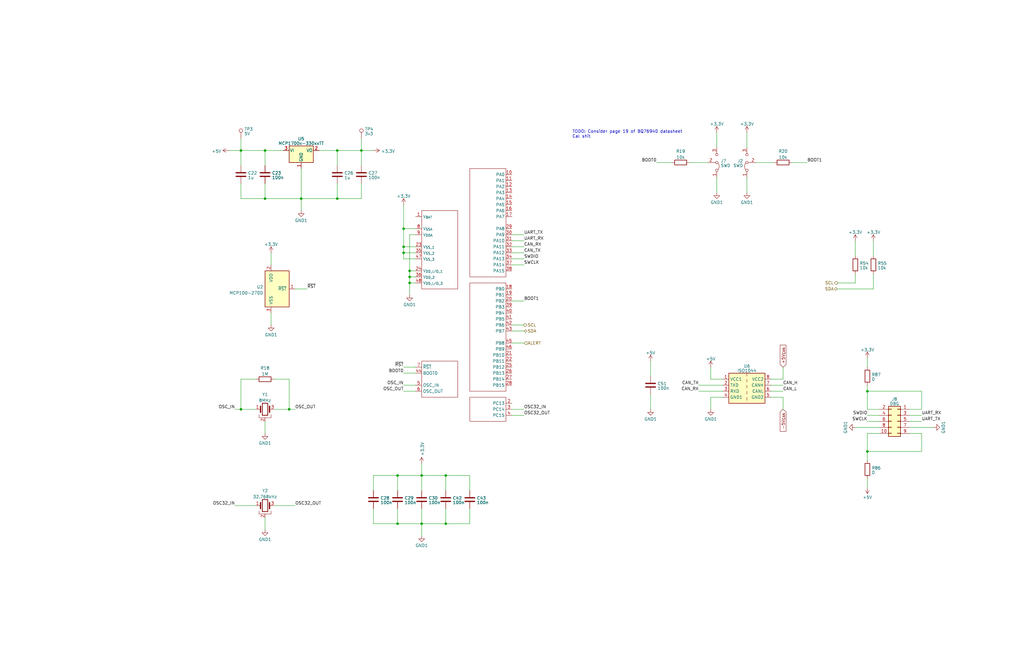
<source format=kicad_sch>
(kicad_sch (version 20230121) (generator eeschema)
  (paper "B")
  (lib_symbols
    (symbol "Connector:TestPoint" (pin_numbers hide) (pin_names (offset 0.762) hide)
      (property "Reference" "TP" (at 0 6.858 0))
      (property "Value" "TestPoint" (at 0 5.08 0))
      (symbol "TestPoint_0_1"
        (circle (center 0 3.302) (radius 0.762))
      )
      (symbol "TestPoint_1_1"
        (pin passive line (at 0 0 90) (length 2.54) (name "1") (number "1"))
      )
    )
    (symbol "Connector_Generic:Conn_02x05_Odd_Even" (pin_names (offset 1.016) hide)
      (property "Reference" "J" (at 1.27 7.62 0))
      (property "Value" "Conn_02x05_Odd_Even" (at 1.27 -7.62 0))
      (symbol "Conn_02x05_Odd_Even_1_1"
        (rectangle (start -1.27 -4.953) (end 0 -5.207) (stroke (width 0.1524)))
        (rectangle (start -1.27 -2.413) (end 0 -2.667) (stroke (width 0.1524)))
        (rectangle (start -1.27 0.127) (end 0 -0.127) (stroke (width 0.1524)))
        (rectangle (start -1.27 2.667) (end 0 2.413) (stroke (width 0.1524)))
        (rectangle (start -1.27 5.207) (end 0 4.953) (stroke (width 0.1524)))
        (rectangle (start -1.27 6.35) (end 3.81 -6.35) (stroke (width 0.254)) (fill (type background)))
        (rectangle (start 3.81 -4.953) (end 2.54 -5.207) (stroke (width 0.1524)))
        (rectangle (start 3.81 -2.413) (end 2.54 -2.667) (stroke (width 0.1524)))
        (rectangle (start 3.81 0.127) (end 2.54 -0.127) (stroke (width 0.1524)))
        (rectangle (start 3.81 2.667) (end 2.54 2.413) (stroke (width 0.1524)))
        (rectangle (start 3.81 5.207) (end 2.54 4.953) (stroke (width 0.1524)))
        (pin passive line (at -5.08 5.08 0) (length 3.81) (name "Pin_1") (number "1"))
        (pin passive line (at 7.62 -5.08 180) (length 3.81) (name "Pin_10") (number "10"))
        (pin passive line (at 7.62 5.08 180) (length 3.81) (name "Pin_2") (number "2"))
        (pin passive line (at -5.08 2.54 0) (length 3.81) (name "Pin_3") (number "3"))
        (pin passive line (at 7.62 2.54 180) (length 3.81) (name "Pin_4") (number "4"))
        (pin passive line (at -5.08 0 0) (length 3.81) (name "Pin_5") (number "5"))
        (pin passive line (at 7.62 0 180) (length 3.81) (name "Pin_6") (number "6"))
        (pin passive line (at -5.08 -2.54 0) (length 3.81) (name "Pin_7") (number "7"))
        (pin passive line (at 7.62 -2.54 180) (length 3.81) (name "Pin_8") (number "8"))
        (pin passive line (at -5.08 -5.08 0) (length 3.81) (name "Pin_9") (number "9"))
      )
    )
    (symbol "Device:C" (pin_numbers hide) (pin_names (offset 0.254))
      (property "Reference" "C" (at 0.635 2.54 0))
      (property "Value" "C" (at 0.635 -2.54 0))
      (symbol "C_0_1"
        (polyline (pts (xy -2.032 -0.762) (xy 2.032 -0.762)) (stroke (width 0.508)))
        (polyline (pts (xy -2.032 0.762) (xy 2.032 0.762)) (stroke (width 0.508)))
      )
      (symbol "C_1_1"
        (pin passive line (at 0 3.81 270) (length 2.794) (name "~") (number "1"))
        (pin passive line (at 0 -3.81 90) (length 2.794) (name "~") (number "2"))
      )
    )
    (symbol "Device:Crystal_GND2" (pin_names (offset 1.016) hide)
      (property "Reference" "Y" (at 0 5.715 0))
      (property "Value" "Crystal_GND2" (at 0 3.81 0))
      (symbol "Crystal_GND2_0_1"
        (rectangle (start -1.143 2.54) (end 1.143 -2.54) (stroke (width 0.3048)))
        (polyline (pts (xy -2.54 0) (xy -1.905 0)))
        (polyline (pts (xy -1.905 -1.27) (xy -1.905 1.27)) (stroke (width 0.508)))
        (polyline (pts (xy 0 -3.81) (xy 0 -3.556)))
        (polyline (pts (xy 1.905 0) (xy 2.54 0)))
        (polyline (pts (xy 1.905 1.27) (xy 1.905 -1.27)) (stroke (width 0.508)))
        (polyline (pts (xy -2.54 -2.286) (xy -2.54 -3.556) (xy 2.54 -3.556) (xy 2.54 -2.286)))
      )
      (symbol "Crystal_GND2_1_1"
        (pin passive line (at -3.81 0 0) (length 1.27) (name "1") (number "1"))
        (pin passive line (at 0 -5.08 90) (length 1.27) (name "2") (number "2"))
        (pin passive line (at 3.81 0 180) (length 1.27) (name "3") (number "3"))
      )
    )
    (symbol "Device:R" (pin_numbers hide) (pin_names (offset 0))
      (property "Reference" "R" (at 2.032 0 90))
      (property "Value" "R" (at 0 0 90))
      (symbol "R_0_1"
        (rectangle (start -1.016 -2.54) (end 1.016 2.54) (stroke (width 0.254)))
      )
      (symbol "R_1_1"
        (pin passive line (at 0 3.81 270) (length 1.27) (name "~") (number "1"))
        (pin passive line (at 0 -3.81 90) (length 1.27) (name "~") (number "2"))
      )
    )
    (symbol "Jumper:Jumper_3_Bridged12" (pin_names (offset 0) hide)
      (property "Reference" "JP" (at -2.54 -2.54 0))
      (property "Value" "Jumper_3_Bridged12" (at 0 2.794 0))
      (symbol "Jumper_3_Bridged12_0_0"
        (circle (center -3.302 0) (radius 0.508))
        (circle (center 0 0) (radius 0.508))
        (circle (center 3.302 0) (radius 0.508))
      )
      (symbol "Jumper_3_Bridged12_0_1"
        (arc (start -0.254 0.508) (mid -1.651 0.9912) (end -3.048 0.508))
        (polyline (pts (xy 0 -1.27) (xy 0 -0.508)))
      )
      (symbol "Jumper_3_Bridged12_1_1"
        (pin passive line (at -6.35 0 0) (length 2.54) (name "A") (number "1"))
        (pin passive line (at 0 -3.81 90) (length 2.54) (name "C") (number "2"))
        (pin passive line (at 6.35 0 180) (length 2.54) (name "B") (number "3"))
      )
    )
    (symbol "Power_Supervisor:MCP100-270D" (pin_names (offset 1.016))
      (property "Reference" "U" (at 0 8.89 0))
      (property "Value" "MCP100-270D" (at -1.27 -8.89 0))
      (symbol "MCP100-270D_1_1"
        (rectangle (start -5.08 7.62) (end 5.08 -7.62) (stroke (width 0.254)) (fill (type background)))
        (pin output line (at 7.62 0 180) (length 2.54) (name "~{RST}") (number "1"))
        (pin power_in line (at -2.54 10.16 270) (length 2.54) (name "VDD") (number "2"))
        (pin power_in line (at -2.54 -10.16 90) (length 2.54) (name "VSS") (number "3"))
      )
    )
    (symbol "Regulator_Linear:MCP1700x-330xxTT" (pin_names (offset 0.254))
      (property "Reference" "U" (at -3.81 3.175 0))
      (property "Value" "MCP1700x-330xxTT" (at 0 3.175 0))
      (symbol "MCP1700x-330xxTT_0_1"
        (rectangle (start -5.08 1.905) (end 5.08 -5.08) (stroke (width 0.254)) (fill (type background)))
      )
      (symbol "MCP1700x-330xxTT_1_1"
        (pin power_in line (at 0 -7.62 90) (length 2.54) (name "GND") (number "1"))
        (pin power_out line (at 7.62 0 180) (length 2.54) (name "VO") (number "2"))
        (pin power_in line (at -7.62 0 0) (length 2.54) (name "VI") (number "3"))
      )
    )
    (symbol "power:+3.3V" (power) (pin_names (offset 0))
      (property "Value" "+3.3V" (at 0 3.556 0))
      (symbol "+3.3V_0_1"
        (polyline (pts (xy -0.762 1.27) (xy 0 2.54)))
        (polyline (pts (xy 0 0) (xy 0 2.54)))
        (polyline (pts (xy 0 2.54) (xy 0.762 1.27)))
      )
      (symbol "+3.3V_1_1"
        (pin power_in line (at 0 0 90) (length 0) hide (name "+3.3V") (number "1"))
      )
    )
    (symbol "power:+5V" (power) (pin_names (offset 0))
      (property "Value" "+5V" (at 0 3.556 0))
      (symbol "+5V_0_1"
        (polyline (pts (xy -0.762 1.27) (xy 0 2.54)))
        (polyline (pts (xy 0 0) (xy 0 2.54)))
        (polyline (pts (xy 0 2.54) (xy 0.762 1.27)))
      )
      (symbol "+5V_1_1"
        (pin power_in line (at 0 0 90) (length 0) hide (name "+5V") (number "1"))
      )
    )
    (symbol "power:GND1" (power) (pin_names (offset 0))
      (property "Value" "GND1" (at 0 -3.81 0))
      (symbol "GND1_0_1"
        (polyline (pts (xy 0 0) (xy 0 -1.27) (xy 1.27 -1.27) (xy 0 -2.54) (xy -1.27 -1.27) (xy 0 -1.27)))
      )
      (symbol "GND1_1_1"
        (pin power_in line (at 0 0 270) (length 0) hide (name "GND1") (number "1"))
      )
    )
    (symbol "qtech:CH32V203CxT6"
      (symbol "CH32V203CxT6_1_1"
        (rectangle (start -7.62 22.86) (end 7.62 -22.86) (stroke (width 0.1524)))
        (pin input line (at 10.16 20.32 180) (length 2.54) (name "PA0") (number "10"))
        (pin input line (at 10.16 17.78 180) (length 2.54) (name "PA1") (number "11"))
        (pin input line (at 10.16 15.24 180) (length 2.54) (name "PA2") (number "12"))
        (pin input line (at 10.16 12.7 180) (length 2.54) (name "PA3") (number "13"))
        (pin input line (at 10.16 10.16 180) (length 2.54) (name "PA4") (number "14"))
        (pin input line (at 10.16 7.62 180) (length 2.54) (name "PA5") (number "15"))
        (pin input line (at 10.16 5.08 180) (length 2.54) (name "PA6") (number "16"))
        (pin input line (at 10.16 2.54 180) (length 2.54) (name "PA7") (number "17"))
        (pin input line (at 10.16 -2.54 180) (length 2.54) (name "PA8") (number "29"))
        (pin input line (at 10.16 -5.08 180) (length 2.54) (name "PA9") (number "30"))
        (pin input line (at 10.16 -7.62 180) (length 2.54) (name "PA10") (number "31"))
        (pin input line (at 10.16 -10.16 180) (length 2.54) (name "PA11") (number "32"))
        (pin input line (at 10.16 -12.7 180) (length 2.54) (name "PA12") (number "33"))
        (pin input line (at 10.16 -15.24 180) (length 2.54) (name "PA13") (number "34"))
        (pin input line (at 10.16 -17.78 180) (length 2.54) (name "PA14") (number "37"))
        (pin input line (at 10.16 -20.32 180) (length 2.54) (name "PA15") (number "38"))
      )
      (symbol "CH32V203CxT6_2_1"
        (rectangle (start -7.62 22.86) (end 7.62 -22.86) (stroke (width 0.1524)))
        (pin input line (at 10.16 20.32 180) (length 2.54) (name "PB0") (number "18"))
        (pin input line (at 10.16 17.78 180) (length 2.54) (name "PB1") (number "19"))
        (pin input line (at 10.16 15.24 180) (length 2.54) (name "PB2") (number "20"))
        (pin input line (at 10.16 -7.62 180) (length 2.54) (name "PB10") (number "21"))
        (pin input line (at 10.16 -10.16 180) (length 2.54) (name "PB11") (number "22"))
        (pin input line (at 10.16 -12.7 180) (length 2.54) (name "PB12") (number "25"))
        (pin input line (at 10.16 -15.24 180) (length 2.54) (name "PB13") (number "26"))
        (pin input line (at 10.16 -17.78 180) (length 2.54) (name "PB14") (number "27"))
        (pin input line (at 10.16 -20.32 180) (length 2.54) (name "PB15") (number "28"))
        (pin input line (at 10.16 12.7 180) (length 2.54) (name "PB3") (number "39"))
        (pin input line (at 10.16 10.16 180) (length 2.54) (name "PB4") (number "40"))
        (pin input line (at 10.16 7.62 180) (length 2.54) (name "PB5") (number "41"))
        (pin input line (at 10.16 5.08 180) (length 2.54) (name "PB6") (number "42"))
        (pin input line (at 10.16 2.54 180) (length 2.54) (name "PB7") (number "43"))
        (pin input line (at 10.16 -2.54 180) (length 2.54) (name "PB8") (number "45"))
        (pin input line (at 10.16 -5.08 180) (length 2.54) (name "PB9") (number "46"))
      )
      (symbol "CH32V203CxT6_3_1"
        (rectangle (start -7.62 5.08) (end 7.62 -5.08) (stroke (width 0.1524)))
        (pin input line (at 10.16 2.54 180) (length 2.54) (name "PC13") (number "2"))
        (pin input line (at 10.16 0 180) (length 2.54) (name "PC14") (number "3"))
        (pin input line (at 10.16 -2.54 180) (length 2.54) (name "PC15") (number "4"))
      )
      (symbol "CH32V203CxT6_4_1"
        (rectangle (start -7.62 7.62) (end 7.62 -7.62) (stroke (width 0.1524)))
        (pin input line (at -10.16 2.54 0) (length 2.54) (name "BOOT0") (number "44"))
        (pin input line (at -10.16 -2.54 0) (length 2.54) (name "OSC_IN") (number "5"))
        (pin input line (at -10.16 -5.08 0) (length 2.54) (name "OSC_OUT") (number "6"))
        (pin input line (at -10.16 5.08 0) (length 2.54) (name "~{RST}") (number "7"))
      )
      (symbol "CH32V203CxT6_5_1"
        (rectangle (start -7.62 17.78) (end 7.62 -15.24) (stroke (width 0.1524)))
        (pin input line (at -10.16 15.24 0) (length 2.54) (name "V_{BAT}") (number "1"))
        (pin input line (at -10.16 2.54 0) (length 2.54) (name "V_{SS_1}") (number "23"))
        (pin input line (at -10.16 -7.62 0) (length 2.54) (name "V_{DD_I/O_1}") (number "24"))
        (pin input line (at -10.16 0 0) (length 2.54) (name "V_{SS_2}") (number "35"))
        (pin input line (at -10.16 -10.16 0) (length 2.54) (name "V_{DD_2}") (number "36"))
        (pin input line (at -10.16 -2.54 0) (length 2.54) (name "V_{SS_3}") (number "47"))
        (pin input line (at -10.16 -12.7 0) (length 2.54) (name "V_{DD_I/O_3}") (number "48"))
        (pin input line (at -10.16 10.16 0) (length 2.54) (name "V_{SSA}") (number "8"))
        (pin input line (at -10.16 7.62 0) (length 2.54) (name "V_{DDA}") (number "9"))
      )
    )
    (symbol "qtech:ISO1044"
      (property "Reference" "U" (at -7.62 8.89 0))
      (property "Value" "ISO1044" (at -7.62 6.35 0))
      (symbol "ISO1044_0_1"
        (rectangle (start -7.62 5.08) (end 7.62 -7.62) (stroke (width 0.254)) (fill (type background)))
        (polyline (pts (xy 0 -5.08) (xy 0 -6.35)))
        (polyline (pts (xy 0 -2.54) (xy 0 -3.81)))
        (polyline (pts (xy 0 0) (xy 0 -1.27)))
        (polyline (pts (xy 0 2.54) (xy 0 1.27)))
        (polyline (pts (xy 0 5.08) (xy 0 3.81)))
      )
      (symbol "ISO1044_1_1"
        (pin power_in line (at -10.16 2.54 0) (length 2.54) (name "VCC1") (number "1"))
        (pin input line (at -10.16 0 0) (length 2.54) (name "TXD") (number "2"))
        (pin output line (at -10.16 -2.54 0) (length 2.54) (name "RXD") (number "3"))
        (pin power_in line (at -10.16 -5.08 0) (length 2.54) (name "GND1") (number "4"))
        (pin power_in line (at 10.16 -5.08 180) (length 2.54) (name "GND2") (number "5"))
        (pin bidirectional line (at 10.16 -2.54 180) (length 2.54) (name "CANL") (number "6"))
        (pin bidirectional line (at 10.16 0 180) (length 2.54) (name "CANH") (number "7"))
        (pin power_in line (at 10.16 2.54 180) (length 2.54) (name "VCC2") (number "8"))
      )
    )
  )
  (junction (at 127 83.82))
  (junction (at 177.8 220.98))
  (junction (at 142.24 63.5))
  (junction (at 172.72 116.84))
  (junction (at 170.18 104.14))
  (junction (at 187.96 220.98))
  (junction (at 177.8 200.66))
  (junction (at 167.64 220.98))
  (junction (at 142.24 83.82))
  (junction (at 170.18 96.52))
  (junction (at 152.4 63.5))
  (junction (at 172.72 119.38))
  (junction (at 365.76 165.1))
  (junction (at 111.76 83.82))
  (junction (at 101.6 63.5))
  (junction (at 111.76 63.5))
  (junction (at 101.6 172.72))
  (junction (at 172.72 114.3))
  (junction (at 365.76 190.5))
  (junction (at 121.92 172.72))
  (junction (at 167.64 200.66))
  (junction (at 187.96 200.66))
  (junction (at 170.18 106.68))
  (wire (pts (xy 152.4 69.85) (xy 152.4 63.5)))
  (wire (pts (xy 115.57 213.36) (xy 124.46 213.36)))
  (wire (pts (xy 142.24 77.47) (xy 142.24 83.82)))
  (wire (pts (xy 302.26 55.88) (xy 302.26 62.23)))
  (wire (pts (xy 383.54 177.8) (xy 388.62 177.8)))
  (wire (pts (xy 187.96 220.98) (xy 187.96 214.63)))
  (wire (pts (xy 304.8 165.1) (xy 294.64 165.1)))
  (wire (pts (xy 115.57 172.72) (xy 121.92 172.72)))
  (wire (pts (xy 383.54 172.72) (xy 388.62 172.72)))
  (wire (pts (xy 365.76 182.88) (xy 365.76 190.5)))
  (wire (pts (xy 368.3 101.6) (xy 368.3 107.95)))
  (wire (pts (xy 304.8 162.56) (xy 294.64 162.56)))
  (wire (pts (xy 198.12 220.98) (xy 198.12 214.63)))
  (wire (pts (xy 368.3 115.57) (xy 368.3 121.92)))
  (wire (pts (xy 172.72 119.38) (xy 172.72 116.84)))
  (wire (pts (xy 353.06 121.92) (xy 368.3 121.92)))
  (wire (pts (xy 220.98 172.72) (xy 215.9 172.72)))
  (wire (pts (xy 170.18 165.1) (xy 175.26 165.1)))
  (wire (pts (xy 172.72 116.84) (xy 175.26 116.84)))
  (wire (pts (xy 290.83 68.58) (xy 298.45 68.58)))
  (wire (pts (xy 111.76 63.5) (xy 119.38 63.5)))
  (wire (pts (xy 365.76 151.13) (xy 365.76 154.94)))
  (wire (pts (xy 388.62 182.88) (xy 383.54 182.88)))
  (wire (pts (xy 340.36 68.58) (xy 334.01 68.58)))
  (wire (pts (xy 170.18 96.52) (xy 170.18 104.14)))
  (wire (pts (xy 152.4 83.82) (xy 152.4 77.47)))
  (wire (pts (xy 330.2 160.02) (xy 325.12 160.02)))
  (wire (pts (xy 167.64 200.66) (xy 167.64 207.01)))
  (wire (pts (xy 388.62 182.88) (xy 388.62 190.5)))
  (wire (pts (xy 167.64 214.63) (xy 167.64 220.98)))
  (wire (pts (xy 365.76 162.56) (xy 365.76 165.1)))
  (wire (pts (xy 388.62 165.1) (xy 388.62 172.72)))
  (wire (pts (xy 111.76 63.5) (xy 111.76 69.85)))
  (wire (pts (xy 198.12 200.66) (xy 187.96 200.66)))
  (wire (pts (xy 172.72 114.3) (xy 175.26 114.3)))
  (wire (pts (xy 170.18 157.48) (xy 175.26 157.48)))
  (wire (pts (xy 170.18 104.14) (xy 170.18 106.68)))
  (wire (pts (xy 325.12 165.1) (xy 330.2 165.1)))
  (wire (pts (xy 157.48 214.63) (xy 157.48 220.98)))
  (wire (pts (xy 170.18 162.56) (xy 175.26 162.56)))
  (wire (pts (xy 274.32 152.4) (xy 274.32 158.75)))
  (wire (pts (xy 360.68 180.34) (xy 370.84 180.34)))
  (wire (pts (xy 101.6 77.47) (xy 101.6 83.82)))
  (wire (pts (xy 172.72 99.06) (xy 175.26 99.06)))
  (wire (pts (xy 177.8 220.98) (xy 177.8 226.06)))
  (wire (pts (xy 99.06 213.36) (xy 107.95 213.36)))
  (wire (pts (xy 114.3 106.68) (xy 114.3 111.76)))
  (wire (pts (xy 299.72 167.64) (xy 304.8 167.64)))
  (wire (pts (xy 187.96 220.98) (xy 198.12 220.98)))
  (wire (pts (xy 101.6 172.72) (xy 107.95 172.72)))
  (wire (pts (xy 215.9 137.16) (xy 220.98 137.16)))
  (wire (pts (xy 167.64 220.98) (xy 177.8 220.98)))
  (wire (pts (xy 172.72 119.38) (xy 172.72 124.46)))
  (wire (pts (xy 101.6 172.72) (xy 101.6 160.02)))
  (wire (pts (xy 121.92 172.72) (xy 124.46 172.72)))
  (wire (pts (xy 299.72 172.72) (xy 299.72 167.64)))
  (wire (pts (xy 172.72 114.3) (xy 172.72 99.06)))
  (wire (pts (xy 167.64 200.66) (xy 177.8 200.66)))
  (wire (pts (xy 365.76 175.26) (xy 370.84 175.26)))
  (wire (pts (xy 177.8 214.63) (xy 177.8 220.98)))
  (wire (pts (xy 215.9 101.6) (xy 220.98 101.6)))
  (wire (pts (xy 314.96 62.23) (xy 314.96 55.88)))
  (wire (pts (xy 330.2 154.94) (xy 330.2 160.02)))
  (wire (pts (xy 152.4 63.5) (xy 157.48 63.5)))
  (wire (pts (xy 111.76 77.47) (xy 111.76 83.82)))
  (wire (pts (xy 157.48 200.66) (xy 157.48 207.01)))
  (wire (pts (xy 198.12 207.01) (xy 198.12 200.66)))
  (wire (pts (xy 383.54 175.26) (xy 388.62 175.26)))
  (wire (pts (xy 318.77 68.58) (xy 326.39 68.58)))
  (wire (pts (xy 96.52 63.5) (xy 101.6 63.5)))
  (wire (pts (xy 220.98 127) (xy 215.9 127)))
  (wire (pts (xy 215.9 104.14) (xy 220.98 104.14)))
  (wire (pts (xy 365.76 190.5) (xy 365.76 194.31)))
  (wire (pts (xy 101.6 63.5) (xy 101.6 69.85)))
  (wire (pts (xy 177.8 220.98) (xy 187.96 220.98)))
  (wire (pts (xy 365.76 165.1) (xy 365.76 172.72)))
  (wire (pts (xy 330.2 172.72) (xy 330.2 167.64)))
  (wire (pts (xy 142.24 63.5) (xy 152.4 63.5)))
  (wire (pts (xy 111.76 218.44) (xy 111.76 223.52)))
  (wire (pts (xy 215.9 111.76) (xy 220.98 111.76)))
  (wire (pts (xy 170.18 106.68) (xy 170.18 109.22)))
  (wire (pts (xy 383.54 180.34) (xy 393.7 180.34)))
  (wire (pts (xy 170.18 96.52) (xy 175.26 96.52)))
  (wire (pts (xy 220.98 175.26) (xy 215.9 175.26)))
  (wire (pts (xy 330.2 167.64) (xy 325.12 167.64)))
  (wire (pts (xy 99.06 172.72) (xy 101.6 172.72)))
  (wire (pts (xy 274.32 166.37) (xy 274.32 172.72)))
  (wire (pts (xy 365.76 165.1) (xy 388.62 165.1)))
  (wire (pts (xy 167.64 200.66) (xy 157.48 200.66)))
  (wire (pts (xy 365.76 182.88) (xy 370.84 182.88)))
  (wire (pts (xy 177.8 200.66) (xy 177.8 207.01)))
  (wire (pts (xy 124.46 121.92) (xy 129.54 121.92)))
  (wire (pts (xy 187.96 207.01) (xy 187.96 200.66)))
  (wire (pts (xy 175.26 154.94) (xy 170.18 154.94)))
  (wire (pts (xy 101.6 63.5) (xy 111.76 63.5)))
  (wire (pts (xy 360.68 115.57) (xy 360.68 119.38)))
  (wire (pts (xy 299.72 160.02) (xy 304.8 160.02)))
  (wire (pts (xy 276.86 68.58) (xy 283.21 68.58)))
  (wire (pts (xy 365.76 172.72) (xy 370.84 172.72)))
  (wire (pts (xy 142.24 63.5) (xy 142.24 69.85)))
  (wire (pts (xy 127 83.82) (xy 142.24 83.82)))
  (wire (pts (xy 215.9 139.7) (xy 220.98 139.7)))
  (wire (pts (xy 142.24 83.82) (xy 152.4 83.82)))
  (wire (pts (xy 215.9 106.68) (xy 220.98 106.68)))
  (wire (pts (xy 115.57 160.02) (xy 121.92 160.02)))
  (wire (pts (xy 111.76 83.82) (xy 127 83.82)))
  (wire (pts (xy 170.18 106.68) (xy 175.26 106.68)))
  (wire (pts (xy 101.6 83.82) (xy 111.76 83.82)))
  (wire (pts (xy 152.4 58.42) (xy 152.4 63.5)))
  (wire (pts (xy 299.72 154.94) (xy 299.72 160.02)))
  (wire (pts (xy 170.18 109.22) (xy 175.26 109.22)))
  (wire (pts (xy 101.6 58.42) (xy 101.6 63.5)))
  (wire (pts (xy 215.9 109.22) (xy 220.98 109.22)))
  (wire (pts (xy 365.76 190.5) (xy 388.62 190.5)))
  (wire (pts (xy 134.62 63.5) (xy 142.24 63.5)))
  (wire (pts (xy 172.72 116.84) (xy 172.72 114.3)))
  (wire (pts (xy 157.48 220.98) (xy 167.64 220.98)))
  (wire (pts (xy 325.12 162.56) (xy 330.2 162.56)))
  (wire (pts (xy 114.3 132.08) (xy 114.3 137.16)))
  (wire (pts (xy 121.92 160.02) (xy 121.92 172.72)))
  (wire (pts (xy 187.96 200.66) (xy 177.8 200.66)))
  (wire (pts (xy 111.76 177.8) (xy 111.76 182.88)))
  (wire (pts (xy 365.76 201.93) (xy 365.76 205.74)))
  (wire (pts (xy 170.18 86.36) (xy 170.18 96.52)))
  (wire (pts (xy 302.26 74.93) (xy 302.26 81.28)))
  (wire (pts (xy 127 83.82) (xy 127 88.9)))
  (wire (pts (xy 215.9 144.78) (xy 220.98 144.78)))
  (wire (pts (xy 365.76 177.8) (xy 370.84 177.8)))
  (wire (pts (xy 353.06 119.38) (xy 360.68 119.38)))
  (wire (pts (xy 101.6 160.02) (xy 107.95 160.02)))
  (wire (pts (xy 360.68 101.6) (xy 360.68 107.95)))
  (wire (pts (xy 314.96 74.93) (xy 314.96 81.28)))
  (wire (pts (xy 170.18 104.14) (xy 175.26 104.14)))
  (wire (pts (xy 172.72 119.38) (xy 175.26 119.38)))
  (wire (pts (xy 215.9 99.06) (xy 220.98 99.06)))
  (wire (pts (xy 177.8 195.58) (xy 177.8 200.66)))
  (wire (pts (xy 127 71.12) (xy 127 83.82)))
  (text "TODO: Consider page 19 of BQ76940 datasheet\nCal shit" (at 241.3 58.42 0) (effects (font (size 1.27 1.27)) (justify left bottom)))
  (label "OSC32_IN" (at 99.06 213.36 180))
  (label "OSC32_OUT" (at 124.46 213.36 0))
  (label "UART_TX" (at 388.62 177.8 0))
  (label "OSC_IN" (at 170.18 162.56 180))
  (label "OSC_IN" (at 99.06 172.72 180))
  (label "SWDIO" (at 365.76 175.26 180))
  (label "CAN_H" (at 330.2 162.56 0))
  (label "SWCLK" (at 365.76 177.8 180))
  (label "OSC_OUT" (at 170.18 165.1 180))
  (label "CAN_RX" (at 294.64 165.1 180))
  (label "SWCLK" (at 220.98 111.76 0))
  (label "BOOT1" (at 220.98 127 0))
  (label "OSC32_OUT" (at 220.98 175.26 0))
  (label "~{RST}" (at 170.18 154.94 180))
  (label "UART_TX" (at 220.98 99.06 0))
  (label "~{RST}" (at 129.54 121.92 0))
  (label "UART_RX" (at 220.98 101.6 0))
  (label "BOOT1" (at 340.36 68.58 0))
  (label "BOOT0" (at 170.18 157.48 180))
  (label "SWDIO" (at 220.98 109.22 0))
  (label "BOOT0" (at 276.86 68.58 180))
  (label "OSC32_IN" (at 220.98 172.72 0))
  (label "CAN_TX" (at 294.64 162.56 180))
  (label "CAN_RX" (at 220.98 104.14 0))
  (label "UART_RX" (at 388.62 175.26 0))
  (label "OSC_OUT" (at 124.46 172.72 0))
  (label "CAN_TX" (at 220.98 106.68 0))
  (label "CAN_L" (at 330.2 165.1 0))
  (global_label "+5V_{CAN}" (shape input) (at 330.2 154.94 90) (property "Intersheetrefs" "${INTERSHEET_REFS}" (effects hide)))
  (global_label "-5V_{CAN}" (shape input) (at 330.2 172.72 270) (property "Intersheetrefs" "${INTERSHEET_REFS}" (effects hide)))
  (hierarchical_label "SCL" (shape output) (at 220.98 137.16 0))
  (hierarchical_label "ALERT" (shape input) (at 220.98 144.78 0))
  (hierarchical_label "SCL" (shape output) (at 353.06 119.38 180))
  (hierarchical_label "SDA" (shape bidirectional) (at 353.06 121.92 180))
  (hierarchical_label "SDA" (shape bidirectional) (at 220.98 139.7 0))
  (symbol (lib_id "Device:R") (at 287.02 68.58 90) (unit 1)
    (property "Reference" "R19" (at 287.02 63.8642 90))
    (property "Value" "10k" (at 287.02 66.4011 90))
    (property "Footprint" "Resistor_SMD:R_0603_1608Metric" (effects hide))
    (property "Datasheet" "https://www.mouser.com/datasheet/2/219/RK73H-1825326.pdf" (effects hide))
    (property "Mouser" "https://www.mouser.com/ProductDetail/KOA-Speer/RK73H1JTTD1002F?qs=sGAEpiMZZMtlubZbdhIBINkEv%252BGnJSJCzf6arQIEEEA%3D" (effects hide))
    (property "Part Number" "RK73H1JTTD1002F" (effects hide))
    (property "Rating" "100mW" (effects hide))
  )
  (symbol (lib_id "qtech:CH32V203CxT6") (at 205.74 93.98 0) (unit 1)
    (property "Reference" "U3" (effects hide))
    (property "Value" "CH32V203CxT6" (effects hide))
    (property "Footprint" "Package_QFP:LQFP-48_7x7mm_P0.5mm" (effects hide))
    (property "Datasheet" "http://www.wch-ic.com/downloads/file/354.html" (effects hide))
    (property "Mouser" "-" (effects hide))
    (property "Part Number" "CH32V203C8T6" (effects hide))
  )
  (symbol (lib_id "power:GND1") (at 127 88.9 0) (unit 1)
    (property "Reference" "#PWR010" (effects hide))
    (property "Value" "GND1" (at 127 93.0355 0))
    (instances (project "bms" (path "" (reference "#PWR010") (unit 1)) (path "" (reference "#PWR020") (unit 1))))
  )
  (symbol (lib_id "Device:C") (at 274.32 162.56 0) (unit 1)
    (property "Reference" "C51" (at 277.241 161.9163 0) (effects (justify left)))
    (property "Value" "100n" (at 277.241 163.8373 0) (effects (justify left)))
    (property "Footprint" "Capacitor_SMD:C_0603_1608Metric" (effects hide))
    (property "Datasheet" "https://www.mouser.com/datasheet/2/40/X7RDielectric-2943470.pdf" (effects hide))
    (property "Mouser" "https://www.mouser.com/ProductDetail/KYOCERA-AVX/06035C104KAT2A?qs=sGAEpiMZZMs7ZEmUmaUL07F2qgI%252BUofJK2BrtL3gRPE%3D" (effects hide))
    (property "Part Number" "06035C104KAT2A" (effects hide))
    (property "Rating" "50V" (effects hide))
  )
  (symbol (lib_id "Connector:TestPoint") (at 152.4 58.42 0) (unit 1)
    (property "Reference" "TP4" (at 153.797 54.4743 0) (effects (justify left)))
    (property "Value" "3v3" (at 153.797 56.3953 0) (effects (justify left)))
    (property "Footprint" "TestPoint:TestPoint_Pad_D1.5mm" (effects hide))
  )
  (symbol (lib_id "power:GND1") (at 393.7 180.34 90) (unit 1)
    (property "Reference" "#PWR010" (effects hide))
    (property "Value" "GND1" (at 397.8355 180.34 0))
    (instances (project "bms" (path "" (reference "#PWR010") (unit 1)) (path "" (reference "#PWR051") (unit 1))))
  )
  (symbol (lib_id "Device:R") (at 368.3 111.76 180) (unit 1)
    (property "Reference" "R55" (at 370.078 111.1163 0) (effects (justify right)))
    (property "Value" "10k" (at 370.078 113.0373 0) (effects (justify right)))
    (property "Footprint" "Resistor_SMD:R_0603_1608Metric" (effects hide))
    (property "Datasheet" "https://www.mouser.com/datasheet/2/219/RK73H-1825326.pdf" (effects hide))
    (property "Mouser" "https://www.mouser.com/ProductDetail/KOA-Speer/RK73H1JTTD1002F?qs=sGAEpiMZZMtlubZbdhIBINkEv%252BGnJSJCzf6arQIEEEA%3D" (effects hide))
    (property "Part Number" "RK73H1JTTD1002F" (effects hide))
    (property "Rating" "100mW" (effects hide))
  )
  (symbol (lib_id "Device:C") (at 167.64 210.82 0) (unit 1)
    (property "Reference" "C29" (at 170.561 210.1763 0) (effects (justify left)))
    (property "Value" "100n" (at 170.561 212.0973 0) (effects (justify left)))
    (property "Footprint" "Capacitor_SMD:C_0603_1608Metric" (effects hide))
    (property "Datasheet" "https://www.mouser.com/datasheet/2/40/X7RDielectric-2943470.pdf" (effects hide))
    (property "Mouser" "https://www.mouser.com/ProductDetail/KYOCERA-AVX/06035C104KAT2A?qs=sGAEpiMZZMs7ZEmUmaUL07F2qgI%252BUofJK2BrtL3gRPE%3D" (effects hide))
    (property "Part Number" "06035C104KAT2A" (effects hide))
    (property "Rating" "50V" (effects hide))
  )
  (symbol (lib_id "qtech:CH32V203CxT6") (at 205.74 142.24 0) (unit 2)
    (property "Reference" "U3" (effects hide))
    (property "Value" "CH32V203CxT6" (effects hide))
    (property "Footprint" "Package_QFP:LQFP-48_7x7mm_P0.5mm" (effects hide))
    (property "Datasheet" "http://www.wch-ic.com/downloads/file/354.html" (effects hide))
    (property "Mouser" "-" (effects hide))
    (property "Part Number" "CH32V203C8T6" (effects hide))
  )
  (symbol (lib_id "Regulator_Linear:MCP1700x-330xxTT") (at 127 63.5 0) (unit 1)
    (property "Reference" "U5" (at 127 58.5851 0))
    (property "Value" "MCP1700x-330xxTT" (at 127 60.5061 0))
    (property "Footprint" "Package_TO_SOT_SMD:SOT-23" (effects hide))
    (property "Datasheet" "http://ww1.microchip.com/downloads/en/DeviceDoc/20001826D.pdf" (effects hide))
    (property "Mouser" "https://www.mouser.com/ProductDetail/Microchip-Technology/MCP1700T-3302E-TT?qs=fM4xO01eazPmCNDrdHEdaw%3D%3D" (effects hide))
    (property "Part Number" "MCP1700T-3302E/TT " (effects hide))
  )
  (symbol (lib_id "power:GND1") (at 302.26 81.28 0) (unit 1)
    (property "Reference" "#PWR010" (effects hide))
    (property "Value" "GND1" (at 302.26 85.4155 0))
    (instances (project "bms" (path "" (reference "#PWR010") (unit 1)) (path "" (reference "#PWR022") (unit 1))))
  )
  (symbol (lib_id "qtech:CH32V203CxT6") (at 185.42 106.68 0) (unit 5)
    (property "Reference" "U3" (effects hide))
    (property "Value" "CH32V203CxT6" (effects hide))
    (property "Footprint" "Package_QFP:LQFP-48_7x7mm_P0.5mm" (effects hide))
    (property "Datasheet" "http://www.wch-ic.com/downloads/file/354.html" (effects hide))
    (property "Mouser" "-" (effects hide))
    (property "Part Number" "CH32V203C8T6" (effects hide))
  )
  (symbol (lib_id "Device:C") (at 142.24 73.66 0) (unit 1)
    (property "Reference" "C26" (at 145.161 73.0163 0) (effects (justify left)))
    (property "Value" "1u" (at 145.161 74.9373 0) (effects (justify left)))
    (property "Footprint" "Capacitor_SMD:C_0603_1608Metric" (effects hide))
    (property "Datasheet" "https://www.mouser.com/datasheet/2/585/MLCC-1837944.pdf" (effects hide))
    (property "Mouser" "https://www.mouser.com/ProductDetail/Samsung-Electro-Mechanics/CL10B105KA8NNND?qs=sGAEpiMZZMs7ZEmUmaUL03JOSOi7G3a3Pbmf%252BVZ%2FyZWWNareYBTNVg%3D%3D" (effects hide))
    (property "Part Number" "CL10B105KA8NNND" (effects hide))
    (property "Rating" "25V" (effects hide))
  )
  (symbol (lib_id "Connector_Generic:Conn_02x05_Odd_Even") (at 378.46 177.8 0) (mirror y) (unit 1)
    (property "Reference" "J8" (at 377.19 168.4401 0))
    (property "Value" "DBG" (at 377.19 170.3611 0))
    (property "Footprint" "Connector_PinSocket_2.54mm:PinSocket_2x05_P2.54mm_Vertical" (effects hide))
  )
  (symbol (lib_id "power:+5V") (at 274.32 152.4 0) (unit 1)
    (property "Reference" "#PWR01" (effects hide))
    (property "Value" "+5V" (at 274.32 148.8981 0))
    (instances (project "bms" (path "" (reference "#PWR01") (unit 1)) (path "" (reference "#PWR040") (unit 1))))
  )
  (symbol (lib_id "Device:C") (at 152.4 73.66 0) (unit 1)
    (property "Reference" "C27" (at 155.321 73.0163 0) (effects (justify left)))
    (property "Value" "100n" (at 155.321 74.9373 0) (effects (justify left)))
    (property "Footprint" "Capacitor_SMD:C_0603_1608Metric" (effects hide))
    (property "Datasheet" "https://www.mouser.com/datasheet/2/40/X7RDielectric-2943470.pdf" (effects hide))
    (property "Mouser" "https://www.mouser.com/ProductDetail/KYOCERA-AVX/06035C104KAT2A?qs=sGAEpiMZZMs7ZEmUmaUL07F2qgI%252BUofJK2BrtL3gRPE%3D" (effects hide))
    (property "Part Number" "06035C104KAT2A" (effects hide))
    (property "Rating" "50V" (effects hide))
  )
  (symbol (lib_id "qtech:CH32V203CxT6") (at 185.42 160.02 0) (unit 4)
    (property "Reference" "U3" (effects hide))
    (property "Value" "CH32V203CxT6" (effects hide))
    (property "Footprint" "Package_QFP:LQFP-48_7x7mm_P0.5mm" (effects hide))
    (property "Datasheet" "http://www.wch-ic.com/downloads/file/354.html" (effects hide))
    (property "Mouser" "-" (effects hide))
    (property "Part Number" "CH32V203C8T6" (effects hide))
  )
  (symbol (lib_id "power:+3.3V") (at 177.8 195.58 0) (unit 1)
    (property "Reference" "#PWR036" (effects hide))
    (property "Value" "+3.3V" (at 178.1168 192.405 90) (effects (justify left)))
  )
  (symbol (lib_id "power:GND1") (at 177.8 226.06 0) (unit 1)
    (property "Reference" "#PWR010" (effects hide))
    (property "Value" "GND1" (at 177.8 230.1955 0))
    (instances (project "bms" (path "" (reference "#PWR010") (unit 1)) (path "" (reference "#PWR015") (unit 1))))
  )
  (symbol (lib_id "power:+3.3V") (at 157.48 63.5 270) (unit 1)
    (property "Reference" "#PWR030" (effects hide))
    (property "Value" "+3.3V" (at 160.655 63.8168 90) (effects (justify left)))
  )
  (symbol (lib_id "power:+5V") (at 96.52 63.5 90) (unit 1)
    (property "Reference" "#PWR01" (effects hide))
    (property "Value" "+5V" (at 93.3451 63.8168 90) (effects (justify left)))
    (instances (project "bms" (path "" (reference "#PWR01") (unit 1)) (path "" (reference "#PWR031") (unit 1))))
  )
  (symbol (lib_id "power:GND1") (at 314.96 81.28 0) (unit 1)
    (property "Reference" "#PWR010" (effects hide))
    (property "Value" "GND1" (at 314.96 85.4155 0))
    (instances (project "bms" (path "" (reference "#PWR010") (unit 1)) (path "" (reference "#PWR024") (unit 1))))
  )
  (symbol (lib_id "Device:R") (at 360.68 111.76 180) (unit 1)
    (property "Reference" "R54" (at 362.458 111.1163 0) (effects (justify right)))
    (property "Value" "10k" (at 362.458 113.0373 0) (effects (justify right)))
    (property "Footprint" "Resistor_SMD:R_0603_1608Metric" (effects hide))
    (property "Datasheet" "https://www.mouser.com/datasheet/2/219/RK73H-1825326.pdf" (effects hide))
    (property "Mouser" "https://www.mouser.com/ProductDetail/KOA-Speer/RK73H1JTTD1002F?qs=sGAEpiMZZMtlubZbdhIBINkEv%252BGnJSJCzf6arQIEEEA%3D" (effects hide))
    (property "Part Number" "RK73H1JTTD1002F" (effects hide))
    (property "Rating" "100mW" (effects hide))
  )
  (symbol (lib_id "Jumper:Jumper_3_Bridged12") (at 302.26 68.58 270) (mirror x) (unit 1)
    (property "Reference" "J7" (at 303.8861 67.9363 90) (effects (justify left)))
    (property "Value" "SWD" (at 303.8861 69.8573 90) (effects (justify left)))
    (property "Footprint" "Jumper:SolderJumper-3_P1.3mm_Bridged12_RoundedPad1.0x1.5mm" (effects hide))
  )
  (symbol (lib_id "power:GND1") (at 114.3 137.16 0) (unit 1)
    (property "Reference" "#PWR010" (effects hide))
    (property "Value" "GND1" (at 114.3 141.2955 0))
    (instances (project "bms" (path "" (reference "#PWR010") (unit 1)) (path "" (reference "#PWR037") (unit 1))))
  )
  (symbol (lib_id "Device:Crystal_GND2") (at 111.76 172.72 0) (unit 1)
    (property "Reference" "Y1" (at 111.76 166.4548 0))
    (property "Value" "8MHz" (at 111.76 168.9917 0))
    (property "Footprint" "Crystal:Resonator_SMD_Murata_CSTxExxV-3Pin_3.0x1.1mm" (effects hide))
    (property "Datasheet" "https://www.mouser.com/datasheet/2/122/ECS_2520MVLC-1903379.pdf" (effects hide))
    (property "Mouser" "https://www.mouser.com/ProductDetail/ECS/ECS-2520MVLC-080-BP-TR?qs=vvQtp7zwQdOZufp%2FvZIBtw%3D%3D" (effects hide))
    (property "Part Number" "ECS-2520MVLC-080-BP-TR" (effects hide))
    (property "Rating" "10-20pF" (effects hide))
  )
  (symbol (lib_id "power:+3.3V") (at 302.26 55.88 0) (unit 1)
    (property "Reference" "#PWR021" (effects hide))
    (property "Value" "+3.3V" (at 302.26 52.3042 0))
  )
  (symbol (lib_id "power:GND1") (at 111.76 223.52 0) (unit 1)
    (property "Reference" "#PWR010" (effects hide))
    (property "Value" "GND1" (at 111.76 227.6555 0))
    (instances (project "bms" (path "" (reference "#PWR010") (unit 1)) (path "" (reference "#PWR016") (unit 1))))
  )
  (symbol (lib_id "Device:C") (at 101.6 73.66 0) (unit 1)
    (property "Reference" "C22" (at 104.521 73.0163 0) (effects (justify left)))
    (property "Value" "1u" (at 104.521 74.9373 0) (effects (justify left)))
    (property "Footprint" "Capacitor_SMD:C_0603_1608Metric" (effects hide))
    (property "Datasheet" "https://www.mouser.com/datasheet/2/585/MLCC-1837944.pdf" (effects hide))
    (property "Mouser" "https://www.mouser.com/ProductDetail/Samsung-Electro-Mechanics/CL10B105KA8NNND?qs=sGAEpiMZZMs7ZEmUmaUL03JOSOi7G3a3Pbmf%252BVZ%2FyZWWNareYBTNVg%3D%3D" (effects hide))
    (property "Part Number" "CL10B105KA8NNND" (effects hide))
    (property "Rating" "25V" (effects hide))
  )
  (symbol (lib_id "power:GND1") (at 172.72 124.46 0) (unit 1)
    (property "Reference" "#PWR010" (effects hide))
    (property "Value" "GND1" (at 172.72 128.5955 0))
    (instances (project "bms" (path "" (reference "#PWR010") (unit 1)) (path "" (reference "#PWR035") (unit 1))))
  )
  (symbol (lib_id "power:GND1") (at 111.76 182.88 0) (unit 1)
    (property "Reference" "#PWR010" (effects hide))
    (property "Value" "GND1" (at 111.76 187.0155 0))
    (instances (project "bms" (path "" (reference "#PWR010") (unit 1)) (path "" (reference "#PWR018") (unit 1))))
  )
  (symbol (lib_id "Device:C") (at 198.12 210.82 0) (unit 1)
    (property "Reference" "C43" (at 201.041 210.1763 0) (effects (justify left)))
    (property "Value" "100n" (at 201.041 212.0973 0) (effects (justify left)))
    (property "Footprint" "Capacitor_SMD:C_0603_1608Metric" (effects hide))
    (property "Datasheet" "https://www.mouser.com/datasheet/2/40/X7RDielectric-2943470.pdf" (effects hide))
    (property "Mouser" "https://www.mouser.com/ProductDetail/KYOCERA-AVX/06035C104KAT2A?qs=sGAEpiMZZMs7ZEmUmaUL07F2qgI%252BUofJK2BrtL3gRPE%3D" (effects hide))
    (property "Part Number" "06035C104KAT2A" (effects hide))
    (property "Rating" "50V" (effects hide))
  )
  (symbol (lib_id "Device:Crystal_GND2") (at 111.76 213.36 0) (unit 1)
    (property "Reference" "Y2" (at 111.76 207.0948 0))
    (property "Value" "32.768kHz" (at 111.76 209.6317 0))
    (property "Footprint" "Crystal:Resonator_SMD_Murata_CSTxExxV-3Pin_3.0x1.1mm" (effects hide))
    (property "Datasheet" "https://www.mouser.com/datasheet/2/122/ECS-327ATQMV-1369911.pdf" (effects hide))
    (property "Mouser" "https://www.mouser.com/ProductDetail/ECS/ECS-327ATQMV-AS-TR?qs=MLItCLRbWswfpblSDJ1g4A%3D%3D" (effects hide))
    (property "Part Number" "ECS-327ATQMV-AS-TR" (effects hide))
    (property "Rating" "10-20pF" (effects hide))
  )
  (symbol (lib_id "power:+5V") (at 299.72 154.94 0) (unit 1)
    (property "Reference" "#PWR01" (effects hide))
    (property "Value" "+5V" (at 299.72 151.4381 0))
    (instances (project "bms" (path "" (reference "#PWR01") (unit 1)) (path "" (reference "#PWR042") (unit 1))))
  )
  (symbol (lib_id "power:+3.3V") (at 170.18 86.36 0) (unit 1)
    (property "Reference" "#PWR019" (effects hide))
    (property "Value" "+3.3V" (at 170.18 82.7842 0))
  )
  (symbol (lib_id "power:+3.3V") (at 114.3 106.68 0) (unit 1)
    (property "Reference" "#PWR017" (effects hide))
    (property "Value" "+3.3V" (at 114.3 103.1042 0))
  )
  (symbol (lib_id "qtech:ISO1044") (at 314.96 162.56 0) (unit 1)
    (property "Reference" "U6" (at 314.96 154.4701 0))
    (property "Value" "ISO1044" (at 314.96 156.3911 0))
    (property "Footprint" "Package_SO:SOIC-8_3.9x4.9mm_P1.27mm" (effects hide))
    (property "Datasheet" "https://www.ti.com/lit/ds/symlink/iso1044.pdf" (effects hide))
    (property "Mouser" "https://www.mouser.com/ProductDetail/Texas-Instruments/ISO1044BD?qs=W%2FMpXkg%252BdQ6CUu0TGf8UTA%3D%3D" (effects hide))
    (property "Part Number" "ISO1044BD" (effects hide))
  )
  (symbol (lib_id "power:+3.3V") (at 314.96 55.88 0) (unit 1)
    (property "Reference" "#PWR023" (effects hide))
    (property "Value" "+3.3V" (at 314.96 52.3042 0))
  )
  (symbol (lib_id "power:+3.3V") (at 360.68 101.6 0) (unit 1)
    (property "Reference" "#PWR026" (effects hide))
    (property "Value" "+3.3V" (at 360.68 98.0242 0))
  )
  (symbol (lib_id "Device:R") (at 330.2 68.58 270) (unit 1)
    (property "Reference" "R20" (at 330.2 63.8642 90))
    (property "Value" "10k" (at 330.2 66.4011 90))
    (property "Footprint" "Resistor_SMD:R_0603_1608Metric" (effects hide))
    (property "Datasheet" "https://www.mouser.com/datasheet/2/219/RK73H-1825326.pdf" (effects hide))
    (property "Mouser" "https://www.mouser.com/ProductDetail/KOA-Speer/RK73H1JTTD1002F?qs=sGAEpiMZZMtlubZbdhIBINkEv%252BGnJSJCzf6arQIEEEA%3D" (effects hide))
    (property "Part Number" "RK73H1JTTD1002F" (effects hide))
    (property "Rating" "100mW" (effects hide))
  )
  (symbol (lib_id "Device:R") (at 111.76 160.02 90) (unit 1)
    (property "Reference" "R18" (at 111.76 155.3042 90))
    (property "Value" "1M" (at 111.76 157.8411 90))
    (property "Footprint" "Resistor_SMD:R_0603_1608Metric" (effects hide))
    (property "Datasheet" "https://www.vishay.com/doc?20035" (effects hide))
    (property "Mouser" "https://www.mouser.com/ProductDetail/Vishay-Dale/CRCW06031M00FKEA?qs=sGAEpiMZZMtlubZbdhIBINAwJem6vh9w8DCnGL5o80g%3D" (effects hide))
    (property "Part Number" "CRCW06031M00FKEA" (effects hide))
    (property "Rating" "100mW" (effects hide))
  )
  (symbol (lib_id "power:GND1") (at 360.68 180.34 270) (unit 1)
    (property "Reference" "#PWR010" (effects hide))
    (property "Value" "GND1" (at 356.5445 180.34 0))
    (instances (project "bms" (path "" (reference "#PWR010") (unit 1)) (path "" (reference "#PWR052") (unit 1))))
  )
  (symbol (lib_id "Connector:TestPoint") (at 101.6 58.42 0) (unit 1)
    (property "Reference" "TP3" (at 102.997 54.4743 0) (effects (justify left)))
    (property "Value" "5V" (at 102.997 56.3953 0) (effects (justify left)))
    (property "Footprint" "TestPoint:TestPoint_Pad_D1.5mm" (effects hide))
  )
  (symbol (lib_id "Device:C") (at 111.76 73.66 0) (unit 1)
    (property "Reference" "C23" (at 114.681 73.0163 0) (effects (justify left)))
    (property "Value" "100n" (at 114.681 74.9373 0) (effects (justify left)))
    (property "Footprint" "Capacitor_SMD:C_0603_1608Metric" (effects hide))
    (property "Datasheet" "https://www.mouser.com/datasheet/2/40/X7RDielectric-2943470.pdf" (effects hide))
    (property "Mouser" "https://www.mouser.com/ProductDetail/KYOCERA-AVX/06035C104KAT2A?qs=sGAEpiMZZMs7ZEmUmaUL07F2qgI%252BUofJK2BrtL3gRPE%3D" (effects hide))
    (property "Part Number" "06035C104KAT2A" (effects hide))
    (property "Rating" "50V" (effects hide))
  )
  (symbol (lib_id "power:GND1") (at 299.72 172.72 0) (unit 1)
    (property "Reference" "#PWR010" (effects hide))
    (property "Value" "GND1" (at 299.72 176.8555 0))
    (instances (project "bms" (path "" (reference "#PWR010") (unit 1)) (path "" (reference "#PWR041") (unit 1))))
  )
  (symbol (lib_id "Device:R") (at 365.76 198.12 180) (unit 1)
    (property "Reference" "R86" (at 367.538 197.4763 0) (effects (justify right)))
    (property "Value" "0" (at 367.538 199.3973 0) (effects (justify right)))
    (property "Footprint" "Resistor_SMD:R_0201_0603Metric" (effects hide))
  )
  (symbol (lib_id "power:+3.3V") (at 365.76 151.13 0) (unit 1)
    (property "Reference" "#PWR049" (effects hide))
    (property "Value" "+3.3V" (at 365.76 147.6281 0))
  )
  (symbol (lib_id "Device:R") (at 365.76 158.75 180) (unit 1)
    (property "Reference" "R87" (at 367.538 158.1063 0) (effects (justify right)))
    (property "Value" "0" (at 367.538 160.0273 0) (effects (justify right)))
    (property "Footprint" "Resistor_SMD:R_0201_0603Metric" (effects hide))
  )
  (symbol (lib_id "qtech:CH32V203CxT6") (at 205.74 172.72 0) (unit 3)
    (property "Reference" "U3" (effects hide))
    (property "Value" "CH32V203CxT6" (effects hide))
    (property "Footprint" "Package_QFP:LQFP-48_7x7mm_P0.5mm" (effects hide))
    (property "Datasheet" "http://www.wch-ic.com/downloads/file/354.html" (effects hide))
    (property "Mouser" "-" (effects hide))
    (property "Part Number" "CH32V203C8T6" (effects hide))
  )
  (symbol (lib_id "power:+5V") (at 365.76 205.74 180) (unit 1)
    (property "Reference" "#PWR01" (effects hide))
    (property "Value" "+5V" (at 365.76 209.8755 0))
    (instances (project "bms" (path "" (reference "#PWR01") (unit 1)) (path "" (reference "#PWR047") (unit 1))))
  )
  (symbol (lib_id "Device:C") (at 157.48 210.82 0) (unit 1)
    (property "Reference" "C28" (at 160.401 210.1763 0) (effects (justify left)))
    (property "Value" "100n" (at 160.401 212.0973 0) (effects (justify left)))
    (property "Footprint" "Capacitor_SMD:C_0603_1608Metric" (effects hide))
    (property "Datasheet" "https://www.mouser.com/datasheet/2/40/X7RDielectric-2943470.pdf" (effects hide))
    (property "Mouser" "https://www.mouser.com/ProductDetail/KYOCERA-AVX/06035C104KAT2A?qs=sGAEpiMZZMs7ZEmUmaUL07F2qgI%252BUofJK2BrtL3gRPE%3D" (effects hide))
    (property "Part Number" "06035C104KAT2A" (effects hide))
    (property "Rating" "50V" (effects hide))
  )
  (symbol (lib_id "Device:C") (at 177.8 210.82 0) (unit 1)
    (property "Reference" "C30" (at 180.721 210.1763 0) (effects (justify left)))
    (property "Value" "100n" (at 180.721 212.0973 0) (effects (justify left)))
    (property "Footprint" "Capacitor_SMD:C_0603_1608Metric" (effects hide))
    (property "Datasheet" "https://www.mouser.com/datasheet/2/40/X7RDielectric-2943470.pdf" (effects hide))
    (property "Mouser" "https://www.mouser.com/ProductDetail/KYOCERA-AVX/06035C104KAT2A?qs=sGAEpiMZZMs7ZEmUmaUL07F2qgI%252BUofJK2BrtL3gRPE%3D" (effects hide))
    (property "Part Number" "06035C104KAT2A" (effects hide))
    (property "Rating" "50V" (effects hide))
  )
  (symbol (lib_id "power:GND1") (at 274.32 172.72 0) (unit 1)
    (property "Reference" "#PWR010" (effects hide))
    (property "Value" "GND1" (at 274.32 176.8555 0))
    (instances (project "bms" (path "" (reference "#PWR010") (unit 1)) (path "" (reference "#PWR039") (unit 1))))
  )
  (symbol (lib_id "power:+3.3V") (at 368.3 101.6 0) (unit 1)
    (property "Reference" "#PWR027" (effects hide))
    (property "Value" "+3.3V" (at 368.3 98.0242 0))
  )
  (symbol (lib_id "Device:C") (at 187.96 210.82 0) (unit 1)
    (property "Reference" "C42" (at 190.881 210.1763 0) (effects (justify left)))
    (property "Value" "100n" (at 190.881 212.0973 0) (effects (justify left)))
    (property "Footprint" "Capacitor_SMD:C_0603_1608Metric" (effects hide))
    (property "Datasheet" "https://www.mouser.com/datasheet/2/40/X7RDielectric-2943470.pdf" (effects hide))
    (property "Mouser" "https://www.mouser.com/ProductDetail/KYOCERA-AVX/06035C104KAT2A?qs=sGAEpiMZZMs7ZEmUmaUL07F2qgI%252BUofJK2BrtL3gRPE%3D" (effects hide))
    (property "Part Number" "06035C104KAT2A" (effects hide))
    (property "Rating" "50V" (effects hide))
  )
  (symbol (lib_id "Jumper:Jumper_3_Bridged12") (at 314.96 68.58 90) (unit 1)
    (property "Reference" "J2" (at 313.3339 67.9363 90) (effects (justify left)))
    (property "Value" "SWD" (at 313.3339 69.8573 90) (effects (justify left)))
    (property "Footprint" "Jumper:SolderJumper-3_P1.3mm_Bridged12_RoundedPad1.0x1.5mm" (effects hide))
  )
  (symbol (lib_id "Power_Supervisor:MCP100-270D") (at 116.84 121.92 0) (unit 1)
    (property "Reference" "U2" (at 110.998 121.0853 0) (effects (justify right)))
    (property "Value" "MCP100-270D" (at 110.998 123.6222 0) (effects (justify right)))
    (property "Footprint" "Package_TO_SOT_SMD:SOT-23" (effects hide))
    (property "Datasheet" "http://ww1.microchip.com/downloads/en/DeviceDoc/11187f.pdf" (effects hide))
    (property "Mouser" "https://www.mouser.com/ProductDetail/Microchip-Technology/MCP100T-270I-TT?qs=pLxBn7goZWxJWkMwUgtBiA%3D%3D" (effects hide))
    (property "Part Number" "MCP100T-270I/TT" (effects hide))
  )
)
</source>
